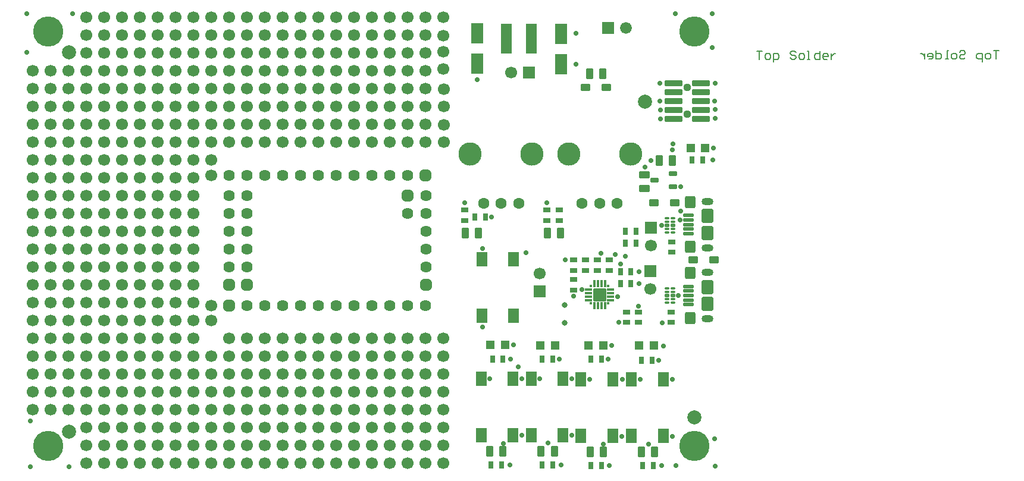
<source format=gts>
G04*
G04 #@! TF.GenerationSoftware,Altium Limited,Altium Designer,24.3.1 (35)*
G04*
G04 Layer_Color=8388736*
%FSLAX44Y44*%
%MOMM*%
G71*
G04*
G04 #@! TF.SameCoordinates,D3561438-4DE8-4D87-AEC0-D3123FBB7C78*
G04*
G04*
G04 #@! TF.FilePolarity,Negative*
G04*
G01*
G75*
%ADD16C,0.1500*%
%ADD46R,1.5500X2.1500*%
%ADD47R,1.2000X1.3000*%
G04:AMPARAMS|DCode=48|XSize=1.1mm|YSize=0.7mm|CornerRadius=0.125mm|HoleSize=0mm|Usage=FLASHONLY|Rotation=180.000|XOffset=0mm|YOffset=0mm|HoleType=Round|Shape=RoundedRectangle|*
%AMROUNDEDRECTD48*
21,1,1.1000,0.4500,0,0,180.0*
21,1,0.8500,0.7000,0,0,180.0*
1,1,0.2500,-0.4250,0.2250*
1,1,0.2500,0.4250,0.2250*
1,1,0.2500,0.4250,-0.2250*
1,1,0.2500,-0.4250,-0.2250*
%
%ADD48ROUNDEDRECTD48*%
G04:AMPARAMS|DCode=49|XSize=1.35mm|YSize=1.1mm|CornerRadius=0.175mm|HoleSize=0mm|Usage=FLASHONLY|Rotation=0.000|XOffset=0mm|YOffset=0mm|HoleType=Round|Shape=RoundedRectangle|*
%AMROUNDEDRECTD49*
21,1,1.3500,0.7500,0,0,0.0*
21,1,1.0000,1.1000,0,0,0.0*
1,1,0.3500,0.5000,-0.3750*
1,1,0.3500,-0.5000,-0.3750*
1,1,0.3500,-0.5000,0.3750*
1,1,0.3500,0.5000,0.3750*
%
%ADD49ROUNDEDRECTD49*%
G04:AMPARAMS|DCode=50|XSize=1.1mm|YSize=0.7mm|CornerRadius=0.125mm|HoleSize=0mm|Usage=FLASHONLY|Rotation=270.000|XOffset=0mm|YOffset=0mm|HoleType=Round|Shape=RoundedRectangle|*
%AMROUNDEDRECTD50*
21,1,1.1000,0.4500,0,0,270.0*
21,1,0.8500,0.7000,0,0,270.0*
1,1,0.2500,-0.2250,-0.4250*
1,1,0.2500,-0.2250,0.4250*
1,1,0.2500,0.2250,0.4250*
1,1,0.2500,0.2250,-0.4250*
%
%ADD50ROUNDEDRECTD50*%
G04:AMPARAMS|DCode=51|XSize=0.75mm|YSize=1.2mm|CornerRadius=0.1313mm|HoleSize=0mm|Usage=FLASHONLY|Rotation=270.000|XOffset=0mm|YOffset=0mm|HoleType=Round|Shape=RoundedRectangle|*
%AMROUNDEDRECTD51*
21,1,0.7500,0.9375,0,0,270.0*
21,1,0.4875,1.2000,0,0,270.0*
1,1,0.2625,-0.4688,-0.2438*
1,1,0.2625,-0.4688,0.2438*
1,1,0.2625,0.4688,0.2438*
1,1,0.2625,0.4688,-0.2438*
%
%ADD51ROUNDEDRECTD51*%
G04:AMPARAMS|DCode=52|XSize=1.5mm|YSize=1.05mm|CornerRadius=0.1688mm|HoleSize=0mm|Usage=FLASHONLY|Rotation=90.000|XOffset=0mm|YOffset=0mm|HoleType=Round|Shape=RoundedRectangle|*
%AMROUNDEDRECTD52*
21,1,1.5000,0.7125,0,0,90.0*
21,1,1.1625,1.0500,0,0,90.0*
1,1,0.3375,0.3563,0.5813*
1,1,0.3375,0.3563,-0.5813*
1,1,0.3375,-0.3563,-0.5813*
1,1,0.3375,-0.3563,0.5813*
%
%ADD52ROUNDEDRECTD52*%
G04:AMPARAMS|DCode=53|XSize=0.66mm|YSize=0.3mm|CornerRadius=0.1mm|HoleSize=0mm|Usage=FLASHONLY|Rotation=0.000|XOffset=0mm|YOffset=0mm|HoleType=Round|Shape=RoundedRectangle|*
%AMROUNDEDRECTD53*
21,1,0.6600,0.1000,0,0,0.0*
21,1,0.4600,0.3000,0,0,0.0*
1,1,0.2000,0.2300,-0.0500*
1,1,0.2000,-0.2300,-0.0500*
1,1,0.2000,-0.2300,0.0500*
1,1,0.2000,0.2300,0.0500*
%
%ADD53ROUNDEDRECTD53*%
G04:AMPARAMS|DCode=54|XSize=0.66mm|YSize=0.5mm|CornerRadius=0.15mm|HoleSize=0mm|Usage=FLASHONLY|Rotation=0.000|XOffset=0mm|YOffset=0mm|HoleType=Round|Shape=RoundedRectangle|*
%AMROUNDEDRECTD54*
21,1,0.6600,0.2000,0,0,0.0*
21,1,0.3600,0.5000,0,0,0.0*
1,1,0.3000,0.1800,-0.1000*
1,1,0.3000,-0.1800,-0.1000*
1,1,0.3000,-0.1800,0.1000*
1,1,0.3000,0.1800,0.1000*
%
%ADD54ROUNDEDRECTD54*%
G04:AMPARAMS|DCode=55|XSize=1.9mm|YSize=1.9mm|CornerRadius=0.275mm|HoleSize=0mm|Usage=FLASHONLY|Rotation=180.000|XOffset=0mm|YOffset=0mm|HoleType=Round|Shape=RoundedRectangle|*
%AMROUNDEDRECTD55*
21,1,1.9000,1.3500,0,0,180.0*
21,1,1.3500,1.9000,0,0,180.0*
1,1,0.5500,-0.6750,0.6750*
1,1,0.5500,0.6750,0.6750*
1,1,0.5500,0.6750,-0.6750*
1,1,0.5500,-0.6750,-0.6750*
%
%ADD55ROUNDEDRECTD55*%
G04:AMPARAMS|DCode=56|XSize=0.4mm|YSize=0.4mm|CornerRadius=0.0875mm|HoleSize=0mm|Usage=FLASHONLY|Rotation=180.000|XOffset=0mm|YOffset=0mm|HoleType=Round|Shape=RoundedRectangle|*
%AMROUNDEDRECTD56*
21,1,0.4000,0.2250,0,0,180.0*
21,1,0.2250,0.4000,0,0,180.0*
1,1,0.1750,-0.1125,0.1125*
1,1,0.1750,0.1125,0.1125*
1,1,0.1750,0.1125,-0.1125*
1,1,0.1750,-0.1125,-0.1125*
%
%ADD56ROUNDEDRECTD56*%
G04:AMPARAMS|DCode=57|XSize=1mm|YSize=0.4mm|CornerRadius=0.0875mm|HoleSize=0mm|Usage=FLASHONLY|Rotation=180.000|XOffset=0mm|YOffset=0mm|HoleType=Round|Shape=RoundedRectangle|*
%AMROUNDEDRECTD57*
21,1,1.0000,0.2250,0,0,180.0*
21,1,0.8250,0.4000,0,0,180.0*
1,1,0.1750,-0.4125,0.1125*
1,1,0.1750,0.4125,0.1125*
1,1,0.1750,0.4125,-0.1125*
1,1,0.1750,-0.4125,-0.1125*
%
%ADD57ROUNDEDRECTD57*%
G04:AMPARAMS|DCode=58|XSize=1mm|YSize=0.4mm|CornerRadius=0.0875mm|HoleSize=0mm|Usage=FLASHONLY|Rotation=270.000|XOffset=0mm|YOffset=0mm|HoleType=Round|Shape=RoundedRectangle|*
%AMROUNDEDRECTD58*
21,1,1.0000,0.2250,0,0,270.0*
21,1,0.8250,0.4000,0,0,270.0*
1,1,0.1750,-0.1125,-0.4125*
1,1,0.1750,-0.1125,0.4125*
1,1,0.1750,0.1125,0.4125*
1,1,0.1750,0.1125,-0.4125*
%
%ADD58ROUNDEDRECTD58*%
G04:AMPARAMS|DCode=59|XSize=0.4mm|YSize=0.4mm|CornerRadius=0.0875mm|HoleSize=0mm|Usage=FLASHONLY|Rotation=270.000|XOffset=0mm|YOffset=0mm|HoleType=Round|Shape=RoundedRectangle|*
%AMROUNDEDRECTD59*
21,1,0.4000,0.2250,0,0,270.0*
21,1,0.2250,0.4000,0,0,270.0*
1,1,0.1750,-0.1125,-0.1125*
1,1,0.1750,-0.1125,0.1125*
1,1,0.1750,0.1125,0.1125*
1,1,0.1750,0.1125,-0.1125*
%
%ADD59ROUNDEDRECTD59*%
G04:AMPARAMS|DCode=60|XSize=1.5mm|YSize=1.05mm|CornerRadius=0.1688mm|HoleSize=0mm|Usage=FLASHONLY|Rotation=180.000|XOffset=0mm|YOffset=0mm|HoleType=Round|Shape=RoundedRectangle|*
%AMROUNDEDRECTD60*
21,1,1.5000,0.7125,0,0,180.0*
21,1,1.1625,1.0500,0,0,180.0*
1,1,0.3375,-0.5813,0.3563*
1,1,0.3375,0.5813,0.3563*
1,1,0.3375,0.5813,-0.3563*
1,1,0.3375,-0.5813,-0.3563*
%
%ADD60ROUNDEDRECTD60*%
%ADD61R,1.7000X2.9000*%
%ADD62C,0.8000*%
G04:AMPARAMS|DCode=63|XSize=0.86mm|YSize=2.5mm|CornerRadius=0.145mm|HoleSize=0mm|Usage=FLASHONLY|Rotation=90.000|XOffset=0mm|YOffset=0mm|HoleType=Round|Shape=RoundedRectangle|*
%AMROUNDEDRECTD63*
21,1,0.8600,2.2100,0,0,90.0*
21,1,0.5700,2.5000,0,0,90.0*
1,1,0.2900,1.1050,0.2850*
1,1,0.2900,1.1050,-0.2850*
1,1,0.2900,-1.1050,-0.2850*
1,1,0.2900,-1.1050,0.2850*
%
%ADD63ROUNDEDRECTD63*%
G04:AMPARAMS|DCode=64|XSize=1.7mm|YSize=1.5mm|CornerRadius=0.225mm|HoleSize=0mm|Usage=FLASHONLY|Rotation=270.000|XOffset=0mm|YOffset=0mm|HoleType=Round|Shape=RoundedRectangle|*
%AMROUNDEDRECTD64*
21,1,1.7000,1.0500,0,0,270.0*
21,1,1.2500,1.5000,0,0,270.0*
1,1,0.4500,-0.5250,-0.6250*
1,1,0.4500,-0.5250,0.6250*
1,1,0.4500,0.5250,0.6250*
1,1,0.4500,0.5250,-0.6250*
%
%ADD64ROUNDEDRECTD64*%
G04:AMPARAMS|DCode=65|XSize=1.65mm|YSize=2mm|CornerRadius=0.2438mm|HoleSize=0mm|Usage=FLASHONLY|Rotation=180.000|XOffset=0mm|YOffset=0mm|HoleType=Round|Shape=RoundedRectangle|*
%AMROUNDEDRECTD65*
21,1,1.6500,1.5125,0,0,180.0*
21,1,1.1625,2.0000,0,0,180.0*
1,1,0.4875,-0.5813,0.7563*
1,1,0.4875,0.5813,0.7563*
1,1,0.4875,0.5813,-0.7563*
1,1,0.4875,-0.5813,-0.7563*
%
%ADD65ROUNDEDRECTD65*%
G04:AMPARAMS|DCode=66|XSize=0.5mm|YSize=1.45mm|CornerRadius=0.1mm|HoleSize=0mm|Usage=FLASHONLY|Rotation=270.000|XOffset=0mm|YOffset=0mm|HoleType=Round|Shape=RoundedRectangle|*
%AMROUNDEDRECTD66*
21,1,0.5000,1.2500,0,0,270.0*
21,1,0.3000,1.4500,0,0,270.0*
1,1,0.2000,-0.6250,-0.1500*
1,1,0.2000,-0.6250,0.1500*
1,1,0.2000,0.6250,0.1500*
1,1,0.2000,0.6250,-0.1500*
%
%ADD66ROUNDEDRECTD66*%
G04:AMPARAMS|DCode=67|XSize=4.3mm|YSize=1.6mm|CornerRadius=0.2375mm|HoleSize=0mm|Usage=FLASHONLY|Rotation=270.000|XOffset=0mm|YOffset=0mm|HoleType=Round|Shape=RoundedRectangle|*
%AMROUNDEDRECTD67*
21,1,4.3000,1.1250,0,0,270.0*
21,1,3.8250,1.6000,0,0,270.0*
1,1,0.4750,-0.5625,-1.9125*
1,1,0.4750,-0.5625,1.9125*
1,1,0.4750,0.5625,1.9125*
1,1,0.4750,0.5625,-1.9125*
%
%ADD67ROUNDEDRECTD67*%
%ADD68C,2.0000*%
%ADD69C,1.7000*%
%ADD70R,1.7000X1.7000*%
%ADD71C,1.6080*%
%ADD72C,3.3160*%
%ADD73C,1.6200*%
G04:AMPARAMS|DCode=74|XSize=1.62mm|YSize=1.62mm|CornerRadius=0.43mm|HoleSize=0mm|Usage=FLASHONLY|Rotation=270.000|XOffset=0mm|YOffset=0mm|HoleType=Round|Shape=RoundedRectangle|*
%AMROUNDEDRECTD74*
21,1,1.6200,0.7600,0,0,270.0*
21,1,0.7600,1.6200,0,0,270.0*
1,1,0.8600,-0.3800,-0.3800*
1,1,0.8600,-0.3800,0.3800*
1,1,0.8600,0.3800,0.3800*
1,1,0.8600,0.3800,-0.3800*
%
%ADD74ROUNDEDRECTD74*%
G04:AMPARAMS|DCode=75|XSize=1.62mm|YSize=1.62mm|CornerRadius=0.43mm|HoleSize=0mm|Usage=FLASHONLY|Rotation=180.000|XOffset=0mm|YOffset=0mm|HoleType=Round|Shape=RoundedRectangle|*
%AMROUNDEDRECTD75*
21,1,1.6200,0.7600,0,0,180.0*
21,1,0.7600,1.6200,0,0,180.0*
1,1,0.8600,-0.3800,0.3800*
1,1,0.8600,0.3800,0.3800*
1,1,0.8600,0.3800,-0.3800*
1,1,0.8600,-0.3800,-0.3800*
%
%ADD75ROUNDEDRECTD75*%
%ADD76R,1.7000X1.7000*%
%ADD77C,1.1200*%
%ADD78O,1.7000X1.0000*%
%ADD79R,1.6750X1.6750*%
%ADD80C,1.6750*%
%ADD81C,4.3000*%
%ADD82C,0.7000*%
D16*
X1393500Y602496D02*
X1385502D01*
X1389501D01*
Y590500D01*
X1379504D02*
X1375506D01*
X1373506Y592500D01*
Y596498D01*
X1375506Y598498D01*
X1379504D01*
X1381504Y596498D01*
Y592500D01*
X1379504Y590500D01*
X1369508Y586501D02*
Y598498D01*
X1363510D01*
X1361510Y596498D01*
Y592500D01*
X1363510Y590500D01*
X1369508D01*
X1337518Y600497D02*
X1339517Y602496D01*
X1343516D01*
X1345515Y600497D01*
Y598498D01*
X1343516Y596498D01*
X1339517D01*
X1337518Y594499D01*
Y592500D01*
X1339517Y590500D01*
X1343516D01*
X1345515Y592500D01*
X1331520Y590500D02*
X1327521D01*
X1325522Y592500D01*
Y596498D01*
X1327521Y598498D01*
X1331520D01*
X1333519Y596498D01*
Y592500D01*
X1331520Y590500D01*
X1321523D02*
X1317524D01*
X1319524D01*
Y602496D01*
X1321523D01*
X1303529D02*
Y590500D01*
X1309527D01*
X1311526Y592500D01*
Y596498D01*
X1309527Y598498D01*
X1303529D01*
X1293532Y590500D02*
X1297531D01*
X1299530Y592500D01*
Y596498D01*
X1297531Y598498D01*
X1293532D01*
X1291533Y596498D01*
Y594499D01*
X1299530D01*
X1287534Y598498D02*
Y590500D01*
Y594499D01*
X1285535Y596498D01*
X1283535Y598498D01*
X1281536D01*
X1048500Y602246D02*
X1056497D01*
X1052498D01*
Y590250D01*
X1062495D02*
X1066494D01*
X1068493Y592249D01*
Y596248D01*
X1066494Y598248D01*
X1062495D01*
X1060496Y596248D01*
Y592249D01*
X1062495Y590250D01*
X1072492Y586251D02*
Y598248D01*
X1078490D01*
X1080490Y596248D01*
Y592249D01*
X1078490Y590250D01*
X1072492D01*
X1104482Y600247D02*
X1102482Y602246D01*
X1098484D01*
X1096484Y600247D01*
Y598248D01*
X1098484Y596248D01*
X1102482D01*
X1104482Y594249D01*
Y592249D01*
X1102482Y590250D01*
X1098484D01*
X1096484Y592249D01*
X1110480Y590250D02*
X1114479D01*
X1116478Y592249D01*
Y596248D01*
X1114479Y598248D01*
X1110480D01*
X1108480Y596248D01*
Y592249D01*
X1110480Y590250D01*
X1120477D02*
X1124475D01*
X1122476D01*
Y602246D01*
X1120477D01*
X1138471D02*
Y590250D01*
X1132473D01*
X1130473Y592249D01*
Y596248D01*
X1132473Y598248D01*
X1138471D01*
X1148467Y590250D02*
X1144469D01*
X1142469Y592249D01*
Y596248D01*
X1144469Y598248D01*
X1148467D01*
X1150467Y596248D01*
Y594249D01*
X1142469D01*
X1154465Y598248D02*
Y590250D01*
Y594249D01*
X1156465Y596248D01*
X1158464Y598248D01*
X1160464D01*
D46*
X843500Y134250D02*
D03*
Y53750D02*
D03*
X798500D02*
D03*
Y134250D02*
D03*
X870500Y134250D02*
D03*
Y53750D02*
D03*
X915500D02*
D03*
Y134250D02*
D03*
X657500Y224750D02*
D03*
Y305250D02*
D03*
X702500D02*
D03*
Y224750D02*
D03*
X656500Y135250D02*
D03*
Y54750D02*
D03*
X701500D02*
D03*
Y135250D02*
D03*
X772500Y135250D02*
D03*
Y54750D02*
D03*
X727500D02*
D03*
Y135250D02*
D03*
D47*
X740500Y183000D02*
D03*
X761500D02*
D03*
X690500Y184000D02*
D03*
X669500D02*
D03*
X881500Y183000D02*
D03*
X902500D02*
D03*
X830500D02*
D03*
X809500D02*
D03*
X975500Y464000D02*
D03*
X954500D02*
D03*
D48*
X927000Y230500D02*
D03*
Y215500D02*
D03*
X788000Y289500D02*
D03*
Y304500D02*
D03*
X805000D02*
D03*
Y289500D02*
D03*
X633000Y360500D02*
D03*
Y375500D02*
D03*
X750000D02*
D03*
Y360500D02*
D03*
X822000Y304500D02*
D03*
Y289500D02*
D03*
X839000D02*
D03*
Y304500D02*
D03*
X880000Y230500D02*
D03*
Y215500D02*
D03*
X863000Y230500D02*
D03*
Y215500D02*
D03*
X768000Y375500D02*
D03*
Y360500D02*
D03*
X928000Y315500D02*
D03*
Y330500D02*
D03*
X788000Y276500D02*
D03*
Y261500D02*
D03*
D49*
X987750Y305000D02*
D03*
X958250D02*
D03*
X931750Y386000D02*
D03*
X902250D02*
D03*
X805250Y550000D02*
D03*
X834750D02*
D03*
D50*
X971500Y447000D02*
D03*
X956500D02*
D03*
X899500Y162000D02*
D03*
X884500D02*
D03*
X827500Y163000D02*
D03*
X812500D02*
D03*
X758500Y163000D02*
D03*
X743500D02*
D03*
X687500Y163000D02*
D03*
X672500D02*
D03*
X886500Y12000D02*
D03*
X901500D02*
D03*
X861500Y345000D02*
D03*
X876500D02*
D03*
X869500Y288000D02*
D03*
X854500D02*
D03*
Y271000D02*
D03*
X869500D02*
D03*
X670500Y13000D02*
D03*
X685500D02*
D03*
X758500Y13000D02*
D03*
X743500D02*
D03*
X812500Y12000D02*
D03*
X827500D02*
D03*
X647500Y366000D02*
D03*
X662500D02*
D03*
X861500Y328000D02*
D03*
X876500D02*
D03*
D51*
X903000Y418000D02*
D03*
X929000Y427500D02*
D03*
Y408500D02*
D03*
D52*
X633500Y343000D02*
D03*
X652500D02*
D03*
X829500Y570000D02*
D03*
X810500D02*
D03*
X909500Y446000D02*
D03*
X928500D02*
D03*
X750500Y343000D02*
D03*
X769500D02*
D03*
X741500Y32000D02*
D03*
X760500D02*
D03*
X830500Y31000D02*
D03*
X811500D02*
D03*
X903500Y31000D02*
D03*
X884500D02*
D03*
X687500Y32000D02*
D03*
X668500D02*
D03*
D53*
X929150Y264000D02*
D03*
Y259000D02*
D03*
Y249000D02*
D03*
Y244000D02*
D03*
X920850D02*
D03*
Y249000D02*
D03*
Y259000D02*
D03*
Y264000D02*
D03*
Y344000D02*
D03*
Y349000D02*
D03*
Y359000D02*
D03*
Y364000D02*
D03*
X929150D02*
D03*
Y359000D02*
D03*
Y349000D02*
D03*
Y344000D02*
D03*
D54*
Y254000D02*
D03*
X920850D02*
D03*
Y354000D02*
D03*
X929150D02*
D03*
D55*
X825000Y255000D02*
D03*
D56*
X837500Y242500D02*
D03*
Y267500D02*
D03*
X812500Y242500D02*
D03*
D57*
X840500Y247500D02*
D03*
Y252500D02*
D03*
Y257500D02*
D03*
Y262500D02*
D03*
X809500D02*
D03*
Y257500D02*
D03*
Y252500D02*
D03*
Y247500D02*
D03*
D58*
X832500Y270500D02*
D03*
X827500D02*
D03*
X822500D02*
D03*
X817500D02*
D03*
Y239500D02*
D03*
X822500D02*
D03*
X827500D02*
D03*
X832500D02*
D03*
D59*
X812500Y267500D02*
D03*
D60*
X889000Y406500D02*
D03*
Y425500D02*
D03*
D61*
X651000Y584500D02*
D03*
Y627500D02*
D03*
X770000Y626500D02*
D03*
Y583500D02*
D03*
D62*
X775000Y215000D02*
D03*
Y240000D02*
D03*
D63*
X969500Y556450D02*
D03*
Y543750D02*
D03*
Y531050D02*
D03*
Y518350D02*
D03*
Y505650D02*
D03*
X930500Y556450D02*
D03*
Y543750D02*
D03*
Y531050D02*
D03*
Y518350D02*
D03*
Y505650D02*
D03*
D64*
X953750Y323000D02*
D03*
Y387000D02*
D03*
Y222000D02*
D03*
Y286000D02*
D03*
D65*
X978250Y367000D02*
D03*
Y343000D02*
D03*
Y266000D02*
D03*
Y242000D02*
D03*
D66*
X951500Y368000D02*
D03*
Y361500D02*
D03*
Y342000D02*
D03*
Y348500D02*
D03*
Y355000D02*
D03*
Y267000D02*
D03*
Y260500D02*
D03*
Y241000D02*
D03*
Y247500D02*
D03*
Y254000D02*
D03*
D67*
X728000Y620000D02*
D03*
X692000D02*
D03*
D68*
X70000Y60000D02*
D03*
X960000Y80000D02*
D03*
X70000Y600000D02*
D03*
X890000Y530000D02*
D03*
D69*
X897000Y263000D02*
D03*
X699000Y571000D02*
D03*
X272600Y425200D02*
D03*
X898000Y325000D02*
D03*
X272600Y239400D02*
D03*
X740000Y285000D02*
D03*
X602800Y192600D02*
D03*
Y167200D02*
D03*
Y141800D02*
D03*
Y116400D02*
D03*
Y91000D02*
D03*
Y65600D02*
D03*
X603000Y497000D02*
D03*
Y523000D02*
D03*
Y548000D02*
D03*
X602800Y576104D02*
D03*
Y600750D02*
D03*
Y14800D02*
D03*
Y40200D02*
D03*
Y624000D02*
D03*
Y649800D02*
D03*
X577400Y497400D02*
D03*
X603000Y472000D02*
D03*
X18600Y91000D02*
D03*
X44000D02*
D03*
X69400D02*
D03*
X18600Y116400D02*
D03*
X44000D02*
D03*
X69400D02*
D03*
X18600Y446600D02*
D03*
Y472000D02*
D03*
Y345000D02*
D03*
Y319600D02*
D03*
Y421200D02*
D03*
Y395800D02*
D03*
Y370400D02*
D03*
Y218000D02*
D03*
Y192600D02*
D03*
Y294200D02*
D03*
Y268800D02*
D03*
Y243400D02*
D03*
X44000Y268800D02*
D03*
X69400Y294200D02*
D03*
X44000D02*
D03*
X69400Y218000D02*
D03*
Y243400D02*
D03*
Y268800D02*
D03*
Y192600D02*
D03*
X44000Y243400D02*
D03*
Y218000D02*
D03*
Y192600D02*
D03*
X69400Y141800D02*
D03*
X44000D02*
D03*
X69400Y319600D02*
D03*
Y345000D02*
D03*
X44000D02*
D03*
Y319600D02*
D03*
Y370400D02*
D03*
Y395800D02*
D03*
Y421200D02*
D03*
X69400D02*
D03*
Y395800D02*
D03*
Y370400D02*
D03*
X44000Y446600D02*
D03*
X69400D02*
D03*
X44000Y472000D02*
D03*
X69400D02*
D03*
X18600Y548200D02*
D03*
Y522800D02*
D03*
Y497400D02*
D03*
X44000Y548200D02*
D03*
Y522800D02*
D03*
Y497400D02*
D03*
X69400D02*
D03*
Y522800D02*
D03*
Y548200D02*
D03*
Y167200D02*
D03*
Y573600D02*
D03*
X44000D02*
D03*
Y167200D02*
D03*
X18600Y573600D02*
D03*
Y167200D02*
D03*
Y141800D02*
D03*
X577400Y192600D02*
D03*
X298000Y472000D02*
D03*
X552000Y192600D02*
D03*
X323400Y472000D02*
D03*
X526600Y192600D02*
D03*
X348800Y472000D02*
D03*
X501200Y192600D02*
D03*
X374200Y472000D02*
D03*
X475800Y192600D02*
D03*
X399600Y472000D02*
D03*
X450400Y192600D02*
D03*
X425000Y472000D02*
D03*
Y192600D02*
D03*
X450400Y472000D02*
D03*
X399600Y192600D02*
D03*
X475800Y472000D02*
D03*
X374200Y192600D02*
D03*
X501200Y472000D02*
D03*
X348800Y192600D02*
D03*
X526600Y472000D02*
D03*
X552000D02*
D03*
X577400D02*
D03*
X247200Y268800D02*
D03*
Y294200D02*
D03*
Y319600D02*
D03*
X221800Y345000D02*
D03*
X247200Y370400D02*
D03*
Y395800D02*
D03*
X221800Y268800D02*
D03*
Y294200D02*
D03*
Y319600D02*
D03*
X247200Y345000D02*
D03*
X221800Y370400D02*
D03*
Y395800D02*
D03*
X94800Y141800D02*
D03*
Y167200D02*
D03*
Y599000D02*
D03*
X171000Y472000D02*
D03*
X94800Y573600D02*
D03*
X196400Y472000D02*
D03*
X171000Y573600D02*
D03*
X196400D02*
D03*
X171000Y599000D02*
D03*
X196400D02*
D03*
Y167200D02*
D03*
X171000D02*
D03*
X120200D02*
D03*
Y599000D02*
D03*
Y573600D02*
D03*
X145600D02*
D03*
Y599000D02*
D03*
Y167200D02*
D03*
X247200D02*
D03*
Y599000D02*
D03*
Y573600D02*
D03*
X221800D02*
D03*
Y599000D02*
D03*
Y167200D02*
D03*
X272600D02*
D03*
X298000Y599000D02*
D03*
X272600D02*
D03*
X298000Y573600D02*
D03*
X272600D02*
D03*
X374200D02*
D03*
X399600D02*
D03*
X374200Y599000D02*
D03*
X399600D02*
D03*
Y167200D02*
D03*
X374200D02*
D03*
X323400Y599000D02*
D03*
Y573600D02*
D03*
X348800D02*
D03*
Y599000D02*
D03*
Y167200D02*
D03*
X450400D02*
D03*
Y599000D02*
D03*
Y573600D02*
D03*
X425000D02*
D03*
Y599000D02*
D03*
Y167200D02*
D03*
X475800D02*
D03*
X501200D02*
D03*
Y599000D02*
D03*
X475800D02*
D03*
X501200Y573600D02*
D03*
X475800D02*
D03*
X577400D02*
D03*
Y599000D02*
D03*
Y167200D02*
D03*
X526600D02*
D03*
Y599000D02*
D03*
Y573600D02*
D03*
X552000D02*
D03*
Y599000D02*
D03*
Y167200D02*
D03*
X145600Y548200D02*
D03*
Y522800D02*
D03*
Y497400D02*
D03*
X120200D02*
D03*
Y522800D02*
D03*
Y548200D02*
D03*
X171000D02*
D03*
X196400D02*
D03*
Y522800D02*
D03*
X171000D02*
D03*
X196400Y497400D02*
D03*
X171000D02*
D03*
X272600Y472000D02*
D03*
X94800Y497400D02*
D03*
X247200Y472000D02*
D03*
X94800Y522800D02*
D03*
Y548200D02*
D03*
X221800Y472000D02*
D03*
X348800Y548200D02*
D03*
Y522800D02*
D03*
Y497400D02*
D03*
X323400D02*
D03*
Y522800D02*
D03*
Y548200D02*
D03*
X374200D02*
D03*
X399600D02*
D03*
Y522800D02*
D03*
X374200D02*
D03*
X399600Y497400D02*
D03*
X374200D02*
D03*
X272600D02*
D03*
X298000D02*
D03*
X272600Y522800D02*
D03*
X298000D02*
D03*
Y548200D02*
D03*
X272600D02*
D03*
X221800D02*
D03*
Y522800D02*
D03*
Y497400D02*
D03*
X247200D02*
D03*
Y522800D02*
D03*
Y548200D02*
D03*
X552000D02*
D03*
Y522800D02*
D03*
Y497400D02*
D03*
X526600D02*
D03*
Y522800D02*
D03*
Y548200D02*
D03*
X577400D02*
D03*
Y522800D02*
D03*
X475800Y497400D02*
D03*
X501200D02*
D03*
X475800Y522800D02*
D03*
X501200D02*
D03*
Y548200D02*
D03*
X475800D02*
D03*
X425000D02*
D03*
Y522800D02*
D03*
Y497400D02*
D03*
X450400D02*
D03*
Y522800D02*
D03*
Y548200D02*
D03*
X145600Y472000D02*
D03*
X120200D02*
D03*
X145600Y446600D02*
D03*
X120200D02*
D03*
X145600Y370400D02*
D03*
Y395800D02*
D03*
Y421200D02*
D03*
X120200D02*
D03*
Y395800D02*
D03*
Y370400D02*
D03*
Y319600D02*
D03*
Y345000D02*
D03*
X145600D02*
D03*
Y319600D02*
D03*
X120200Y141800D02*
D03*
Y116400D02*
D03*
X196400Y141800D02*
D03*
X171000D02*
D03*
X145600D02*
D03*
Y116400D02*
D03*
X171000D02*
D03*
X196400D02*
D03*
X247200D02*
D03*
X221800D02*
D03*
Y141800D02*
D03*
X247200D02*
D03*
X120200Y91000D02*
D03*
Y65600D02*
D03*
X196400Y91000D02*
D03*
X171000D02*
D03*
X145600D02*
D03*
Y65600D02*
D03*
X171000D02*
D03*
X196400D02*
D03*
X247200D02*
D03*
X221800D02*
D03*
Y91000D02*
D03*
X247200D02*
D03*
X399600D02*
D03*
X374200D02*
D03*
Y65600D02*
D03*
X399600D02*
D03*
X348800D02*
D03*
X323400D02*
D03*
X298000D02*
D03*
Y91000D02*
D03*
X323400D02*
D03*
X348800D02*
D03*
X272600Y65600D02*
D03*
Y91000D02*
D03*
X399600Y141800D02*
D03*
X374200D02*
D03*
Y116400D02*
D03*
X399600D02*
D03*
X348800D02*
D03*
X323400D02*
D03*
X298000D02*
D03*
Y141800D02*
D03*
X323400D02*
D03*
X348800D02*
D03*
X272600Y116400D02*
D03*
Y141800D02*
D03*
X552000Y91000D02*
D03*
X526600D02*
D03*
Y65600D02*
D03*
X552000D02*
D03*
X501200D02*
D03*
X475800D02*
D03*
X450400D02*
D03*
Y91000D02*
D03*
X475800D02*
D03*
X501200D02*
D03*
X425000Y65600D02*
D03*
Y91000D02*
D03*
X552000Y141800D02*
D03*
X526600D02*
D03*
Y116400D02*
D03*
X552000D02*
D03*
X501200D02*
D03*
X475800D02*
D03*
X450400D02*
D03*
Y141800D02*
D03*
X475800D02*
D03*
X501200D02*
D03*
X425000Y116400D02*
D03*
Y141800D02*
D03*
X577400Y116400D02*
D03*
Y141800D02*
D03*
Y65600D02*
D03*
Y91000D02*
D03*
X94800Y65600D02*
D03*
Y91000D02*
D03*
Y116400D02*
D03*
X120200Y192600D02*
D03*
Y218000D02*
D03*
Y243400D02*
D03*
X196400Y192600D02*
D03*
X171000D02*
D03*
X145600D02*
D03*
Y268800D02*
D03*
Y243400D02*
D03*
Y218000D02*
D03*
X221800Y192600D02*
D03*
X247200D02*
D03*
X221800Y218000D02*
D03*
X171000D02*
D03*
X196400D02*
D03*
X221800Y243400D02*
D03*
X171000D02*
D03*
X196400D02*
D03*
X171000Y319600D02*
D03*
Y268800D02*
D03*
Y294200D02*
D03*
Y395800D02*
D03*
Y446600D02*
D03*
Y421200D02*
D03*
X221800Y446600D02*
D03*
X196400D02*
D03*
X221800Y421200D02*
D03*
X196400D02*
D03*
X171000Y370400D02*
D03*
Y345000D02*
D03*
X120200Y294200D02*
D03*
X145600D02*
D03*
X120200Y268800D02*
D03*
X94800Y243400D02*
D03*
Y268800D02*
D03*
Y294200D02*
D03*
Y192600D02*
D03*
Y218000D02*
D03*
Y370400D02*
D03*
Y395800D02*
D03*
Y421200D02*
D03*
Y319600D02*
D03*
Y345000D02*
D03*
Y472000D02*
D03*
Y446600D02*
D03*
X323400Y192600D02*
D03*
X298000D02*
D03*
Y167200D02*
D03*
X323400D02*
D03*
X552000Y624400D02*
D03*
X526600D02*
D03*
X577400D02*
D03*
X475800D02*
D03*
X501200D02*
D03*
X425000D02*
D03*
X450400D02*
D03*
X348800D02*
D03*
X323400D02*
D03*
X399600D02*
D03*
X374200D02*
D03*
X272600D02*
D03*
X298000D02*
D03*
X221800D02*
D03*
X247200D02*
D03*
X145600D02*
D03*
X120200D02*
D03*
X196400D02*
D03*
X171000D02*
D03*
X94800D02*
D03*
X552000Y649800D02*
D03*
X526600D02*
D03*
X577400D02*
D03*
X475800D02*
D03*
X501200D02*
D03*
X425000D02*
D03*
X450400D02*
D03*
X348800D02*
D03*
X323400D02*
D03*
X399600D02*
D03*
X374200D02*
D03*
X272600D02*
D03*
X298000D02*
D03*
X221800D02*
D03*
X247200D02*
D03*
X145600D02*
D03*
X120200D02*
D03*
X196400D02*
D03*
X171000D02*
D03*
X94800D02*
D03*
X552000Y40200D02*
D03*
X526600D02*
D03*
X577400D02*
D03*
X475800D02*
D03*
X501200D02*
D03*
X425000D02*
D03*
X450400D02*
D03*
X348800D02*
D03*
X323400D02*
D03*
X399600D02*
D03*
X374200D02*
D03*
X272600D02*
D03*
X298000D02*
D03*
X221800D02*
D03*
X247200D02*
D03*
X145600D02*
D03*
X120200D02*
D03*
X196400D02*
D03*
X171000D02*
D03*
X94800D02*
D03*
X552000Y14800D02*
D03*
X526600D02*
D03*
X577400D02*
D03*
X475800D02*
D03*
X501200D02*
D03*
X425000D02*
D03*
X450400D02*
D03*
X348800D02*
D03*
X323400D02*
D03*
X399600D02*
D03*
X374200D02*
D03*
X272600D02*
D03*
X298000D02*
D03*
X221800D02*
D03*
X247200D02*
D03*
X145600D02*
D03*
X120200D02*
D03*
X196400D02*
D03*
X171000D02*
D03*
X94800D02*
D03*
X196400Y345000D02*
D03*
Y370400D02*
D03*
Y395800D02*
D03*
Y294200D02*
D03*
Y268800D02*
D03*
Y319600D02*
D03*
X247200Y421200D02*
D03*
Y446600D02*
D03*
Y218000D02*
D03*
Y243400D02*
D03*
X272600Y218000D02*
D03*
Y446600D02*
D03*
D70*
X897000Y288400D02*
D03*
X898000Y350400D02*
D03*
X740000Y259600D02*
D03*
D71*
X800000Y385000D02*
D03*
X825000D02*
D03*
X850000D02*
D03*
X710000D02*
D03*
X685000D02*
D03*
X660000D02*
D03*
D72*
X781000Y455000D02*
D03*
X869000D02*
D03*
X729000D02*
D03*
X641000D02*
D03*
D73*
X552000Y370400D02*
D03*
X348800Y425200D02*
D03*
X425000D02*
D03*
X526600D02*
D03*
X552000D02*
D03*
X501200D02*
D03*
X475800D02*
D03*
X450400D02*
D03*
X399600D02*
D03*
X374200D02*
D03*
X323400D02*
D03*
X298000D02*
D03*
X323400Y395800D02*
D03*
Y370400D02*
D03*
Y345000D02*
D03*
Y294200D02*
D03*
Y319600D02*
D03*
X577400Y239400D02*
D03*
X552000D02*
D03*
X501200D02*
D03*
X475800D02*
D03*
X425000D02*
D03*
X399600D02*
D03*
X374200D02*
D03*
X323400D02*
D03*
X348800D02*
D03*
X450400D02*
D03*
X526600D02*
D03*
X578400Y319600D02*
D03*
Y294200D02*
D03*
Y345000D02*
D03*
Y370400D02*
D03*
Y395800D02*
D03*
X298000D02*
D03*
Y370400D02*
D03*
Y345000D02*
D03*
Y294200D02*
D03*
Y319600D02*
D03*
D74*
X552000Y395800D02*
D03*
X323400Y268800D02*
D03*
X578400D02*
D03*
X298000D02*
D03*
D75*
X577400Y425200D02*
D03*
X298000Y239400D02*
D03*
D76*
X724400Y571000D02*
D03*
D77*
X950000Y550100D02*
D03*
Y512000D02*
D03*
D78*
X978250Y322000D02*
D03*
Y388000D02*
D03*
Y221000D02*
D03*
Y287000D02*
D03*
D79*
X837500Y635250D02*
D03*
D80*
X862500D02*
D03*
D81*
X960000Y630000D02*
D03*
X40000D02*
D03*
Y40000D02*
D03*
X960000D02*
D03*
D82*
X913000Y354000D02*
D03*
X940000Y409000D02*
D03*
X914000Y215000D02*
D03*
X937000Y254000D02*
D03*
X890000Y437000D02*
D03*
X986000Y447000D02*
D03*
X928901Y461532D02*
D03*
X929000Y470000D02*
D03*
X985000Y607000D02*
D03*
X933000Y655000D02*
D03*
X985000Y655000D02*
D03*
X788000Y253000D02*
D03*
X827000Y314000D02*
D03*
X862000Y310000D02*
D03*
X909000Y162000D02*
D03*
X837000Y163000D02*
D03*
X768000D02*
D03*
X698000D02*
D03*
X915965Y182188D02*
D03*
X709129Y152361D02*
D03*
X720271Y314500D02*
D03*
X850775Y252404D02*
D03*
X799706Y262383D02*
D03*
X898000Y446000D02*
D03*
X880000Y239000D02*
D03*
X852000Y216000D02*
D03*
X702250Y184000D02*
D03*
X939750Y361331D02*
D03*
X989105Y10500D02*
D03*
X934000Y12000D02*
D03*
X989000Y50000D02*
D03*
X15000Y10000D02*
D03*
Y75000D02*
D03*
X70000Y10000D02*
D03*
X10000Y600000D02*
D03*
X75000Y655000D02*
D03*
X10000D02*
D03*
X842051Y182997D02*
D03*
X847000Y312000D02*
D03*
X658028Y208715D02*
D03*
X658101Y321016D02*
D03*
X894580Y41811D02*
D03*
X928407Y53623D02*
D03*
X856352Y53544D02*
D03*
X785174Y54661D02*
D03*
X714715Y54741D02*
D03*
X928256Y134439D02*
D03*
X857225Y134439D02*
D03*
X785868Y135355D02*
D03*
X751901Y43690D02*
D03*
X714478Y135381D02*
D03*
X830500Y42000D02*
D03*
X688000Y43000D02*
D03*
X987000Y464000D02*
D03*
X791500Y627000D02*
D03*
X671000Y366000D02*
D03*
X940558Y373854D02*
D03*
X791500Y583500D02*
D03*
X651000Y561000D02*
D03*
X854500Y298500D02*
D03*
X633000Y386000D02*
D03*
X750000D02*
D03*
X989127Y505880D02*
D03*
Y518580D02*
D03*
X989050Y531050D02*
D03*
X989450Y556450D02*
D03*
X910550D02*
D03*
X910950Y531050D02*
D03*
X911350Y518350D02*
D03*
X911350Y505650D02*
D03*
X883000Y134250D02*
D03*
X811000Y134250D02*
D03*
X740000Y135250D02*
D03*
X669000Y135250D02*
D03*
X776500Y304500D02*
D03*
X881000Y271000D02*
D03*
Y288000D02*
D03*
X913000Y12000D02*
D03*
X839000Y12000D02*
D03*
X770000Y13000D02*
D03*
X697000Y13000D02*
D03*
M02*

</source>
